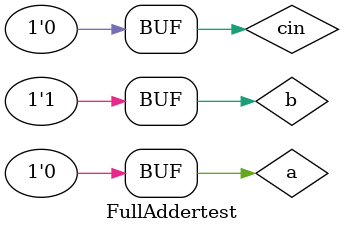
<source format=v>
`timescale 1ns / 1ps


module FullAddertest;

	// Inputs
	reg a;
	reg b;
	reg cin;

	// Outputs
	wire sum;
	wire carry;

	// Instantiate the Unit Under Test (UUT)
	FullAdder uut (
		.a(a), 
		.b(b), 
		.cin(cin), 
		.sum(sum), 
		.carry(carry)
	);

	initial begin
		// Initialize Inputs
		a = 0;
		b = 0;
		cin = 0;

		// Wait 100 ns for global reset to finish
		#100;
        
		// Add stimulus here
		a = 1;
		b = 0;
		cin=1;
		
		#100;
		a=0;
		b=1;
		cin=0;
		
		
	end
      
endmodule


</source>
